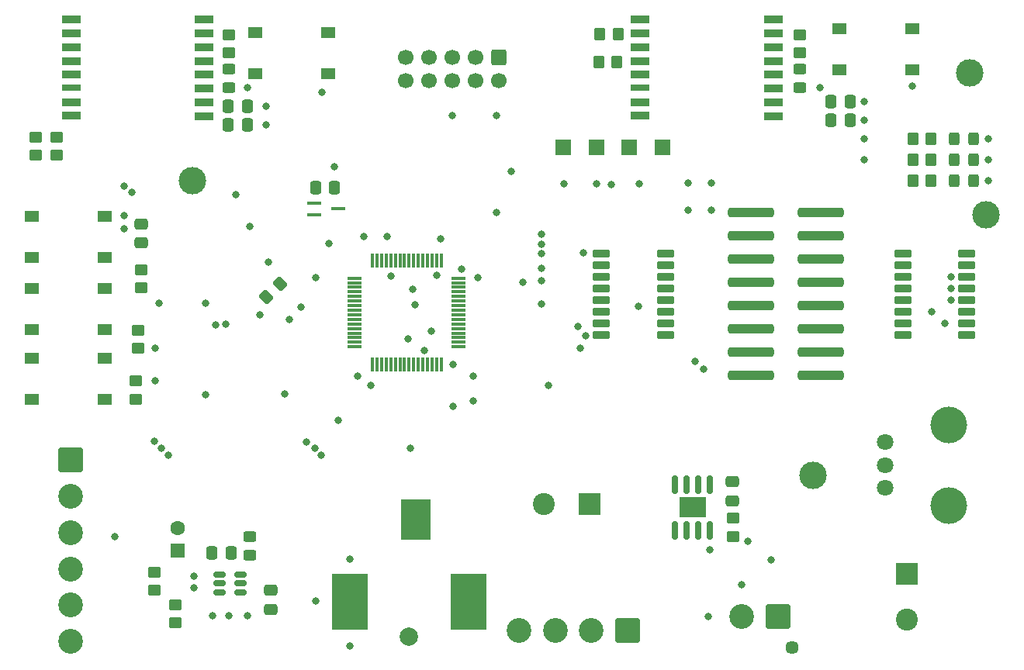
<source format=gts>
G04 #@! TF.GenerationSoftware,KiCad,Pcbnew,7.0.10*
G04 #@! TF.CreationDate,2024-03-08T11:35:51-05:00*
G04 #@! TF.ProjectId,swipe-stack-hub,73776970-652d-4737-9461-636b2d687562,rev?*
G04 #@! TF.SameCoordinates,Original*
G04 #@! TF.FileFunction,Soldermask,Top*
G04 #@! TF.FilePolarity,Negative*
%FSLAX46Y46*%
G04 Gerber Fmt 4.6, Leading zero omitted, Abs format (unit mm)*
G04 Created by KiCad (PCBNEW 7.0.10) date 2024-03-08 11:35:51*
%MOMM*%
%LPD*%
G01*
G04 APERTURE LIST*
G04 Aperture macros list*
%AMRoundRect*
0 Rectangle with rounded corners*
0 $1 Rounding radius*
0 $2 $3 $4 $5 $6 $7 $8 $9 X,Y pos of 4 corners*
0 Add a 4 corners polygon primitive as box body*
4,1,4,$2,$3,$4,$5,$6,$7,$8,$9,$2,$3,0*
0 Add four circle primitives for the rounded corners*
1,1,$1+$1,$2,$3*
1,1,$1+$1,$4,$5*
1,1,$1+$1,$6,$7*
1,1,$1+$1,$8,$9*
0 Add four rect primitives between the rounded corners*
20,1,$1+$1,$2,$3,$4,$5,0*
20,1,$1+$1,$4,$5,$6,$7,0*
20,1,$1+$1,$6,$7,$8,$9,0*
20,1,$1+$1,$8,$9,$2,$3,0*%
G04 Aperture macros list end*
%ADD10RoundRect,0.250000X0.325000X0.450000X-0.325000X0.450000X-0.325000X-0.450000X0.325000X-0.450000X0*%
%ADD11RoundRect,0.150000X-0.512500X-0.150000X0.512500X-0.150000X0.512500X0.150000X-0.512500X0.150000X0*%
%ADD12RoundRect,0.250000X0.450000X-0.350000X0.450000X0.350000X-0.450000X0.350000X-0.450000X-0.350000X0*%
%ADD13R,1.600000X1.600000*%
%ADD14C,1.600000*%
%ADD15RoundRect,0.250001X1.099999X1.099999X-1.099999X1.099999X-1.099999X-1.099999X1.099999X-1.099999X0*%
%ADD16C,2.700000*%
%ADD17RoundRect,0.250001X-1.099999X1.099999X-1.099999X-1.099999X1.099999X-1.099999X1.099999X1.099999X0*%
%ADD18C,1.450000*%
%ADD19C,4.000000*%
%ADD20C,1.800000*%
%ADD21RoundRect,0.250000X-0.450000X0.350000X-0.450000X-0.350000X0.450000X-0.350000X0.450000X0.350000X0*%
%ADD22C,3.000000*%
%ADD23RoundRect,0.250000X0.337500X0.475000X-0.337500X0.475000X-0.337500X-0.475000X0.337500X-0.475000X0*%
%ADD24RoundRect,0.250000X-0.337500X-0.475000X0.337500X-0.475000X0.337500X0.475000X-0.337500X0.475000X0*%
%ADD25RoundRect,0.250000X0.350000X0.450000X-0.350000X0.450000X-0.350000X-0.450000X0.350000X-0.450000X0*%
%ADD26RoundRect,0.250000X0.450000X-0.325000X0.450000X0.325000X-0.450000X0.325000X-0.450000X-0.325000X0*%
%ADD27RoundRect,0.255000X2.245000X0.255000X-2.245000X0.255000X-2.245000X-0.255000X2.245000X-0.255000X0*%
%ADD28R,1.550000X1.300000*%
%ADD29RoundRect,0.250000X-0.475000X0.337500X-0.475000X-0.337500X0.475000X-0.337500X0.475000X0.337500X0*%
%ADD30R,2.005000X0.900000*%
%ADD31R,2.005000X0.780000*%
%ADD32R,2.005000X0.955000*%
%ADD33RoundRect,0.250000X-0.600000X0.600000X-0.600000X-0.600000X0.600000X-0.600000X0.600000X0.600000X0*%
%ADD34C,1.700000*%
%ADD35R,1.700000X1.700000*%
%ADD36RoundRect,0.150000X0.150000X-0.825000X0.150000X0.825000X-0.150000X0.825000X-0.150000X-0.825000X0*%
%ADD37R,3.000000X2.290000*%
%ADD38C,2.000000*%
%ADD39R,3.300000X4.400000*%
%ADD40R,3.900000X6.200000*%
%ADD41R,2.400000X2.400000*%
%ADD42C,2.400000*%
%ADD43RoundRect,0.032160X-0.864840X-0.369840X0.864840X-0.369840X0.864840X0.369840X-0.864840X0.369840X0*%
%ADD44RoundRect,0.032160X0.864840X0.369840X-0.864840X0.369840X-0.864840X-0.369840X0.864840X-0.369840X0*%
%ADD45RoundRect,0.250000X0.088388X-0.548008X0.548008X-0.088388X-0.088388X0.548008X-0.548008X0.088388X0*%
%ADD46RoundRect,0.075000X-0.700000X-0.075000X0.700000X-0.075000X0.700000X0.075000X-0.700000X0.075000X0*%
%ADD47RoundRect,0.075000X-0.075000X-0.700000X0.075000X-0.700000X0.075000X0.700000X-0.075000X0.700000X0*%
%ADD48R,1.500000X0.450000*%
%ADD49RoundRect,0.250000X-0.350000X-0.450000X0.350000X-0.450000X0.350000X0.450000X-0.350000X0.450000X0*%
%ADD50C,0.800000*%
G04 APERTURE END LIST*
D10*
X194065000Y-104394000D03*
X192015000Y-104394000D03*
D11*
X111771000Y-147382000D03*
X111771000Y-148332000D03*
X111771000Y-149282000D03*
X114046000Y-149282000D03*
X114046000Y-148332000D03*
X114046000Y-147382000D03*
D12*
X102616000Y-128238000D03*
X102616000Y-126238000D03*
D13*
X107188000Y-144780000D03*
D14*
X107188000Y-142280000D03*
D15*
X156339500Y-153458000D03*
D16*
X152379500Y-153458000D03*
X148419500Y-153458000D03*
X144459500Y-153458000D03*
D12*
X103251000Y-116062000D03*
X103251000Y-114062000D03*
D17*
X95504000Y-134874000D03*
D16*
X95504000Y-138834000D03*
X95504000Y-142794000D03*
X95504000Y-146754000D03*
X95504000Y-150714000D03*
X95504000Y-154674000D03*
D18*
X174244000Y-155321000D03*
D15*
X172744000Y-151921000D03*
D16*
X168784000Y-151921000D03*
D19*
X191404000Y-131022000D03*
X191404000Y-139822000D03*
D20*
X184404000Y-137922000D03*
X184404000Y-135422000D03*
X184404000Y-132922000D03*
D21*
X93980000Y-99584000D03*
X93980000Y-101584000D03*
D22*
X193675000Y-92583000D03*
D23*
X113051500Y-145034000D03*
X110976500Y-145034000D03*
D21*
X112776000Y-88408000D03*
X112776000Y-90408000D03*
D24*
X112754500Y-96266000D03*
X114829500Y-96266000D03*
D25*
X155178000Y-91440000D03*
X153178000Y-91440000D03*
D26*
X112776000Y-94243000D03*
X112776000Y-92193000D03*
X115062000Y-145297000D03*
X115062000Y-143247000D03*
D21*
X91694000Y-99584000D03*
X91694000Y-101584000D03*
D27*
X177385705Y-125655705D03*
X169785705Y-125655705D03*
X177385705Y-123115705D03*
X169785705Y-123115705D03*
X177385705Y-120575705D03*
X169785705Y-120575705D03*
X177385705Y-118035705D03*
X169785705Y-118035705D03*
X177385705Y-115495705D03*
X169785705Y-115495705D03*
X177385705Y-112955705D03*
X169785705Y-112955705D03*
X177385705Y-110415705D03*
X169785705Y-110415705D03*
X177385705Y-107875705D03*
X169785705Y-107875705D03*
D28*
X179408000Y-87793000D03*
X187368000Y-87793000D03*
X179408000Y-92293000D03*
X187368000Y-92293000D03*
X91270000Y-116114000D03*
X99230000Y-116114000D03*
X91270000Y-120614000D03*
X99230000Y-120614000D03*
D29*
X117348000Y-149076500D03*
X117348000Y-151151500D03*
X103251000Y-109071500D03*
X103251000Y-111146500D03*
D30*
X95617500Y-86785000D03*
X95617500Y-88285000D03*
X95617500Y-89785000D03*
X95617500Y-91285000D03*
X95617500Y-92785000D03*
D31*
X95617500Y-94225000D03*
D30*
X95617500Y-95785000D03*
X95617500Y-97285000D03*
D32*
X110122500Y-97312500D03*
D30*
X110122500Y-95785000D03*
X110122500Y-94285000D03*
X110122500Y-92785000D03*
X110122500Y-91285000D03*
X110122500Y-89785000D03*
X110122500Y-88285000D03*
X110122500Y-86785000D03*
D25*
X189475000Y-99822000D03*
X187475000Y-99822000D03*
D21*
X106934000Y-150638000D03*
X106934000Y-152638000D03*
D33*
X142240000Y-90932000D03*
D34*
X142240000Y-93472000D03*
X139700000Y-90932000D03*
X139700000Y-93472000D03*
X137160000Y-90932000D03*
X137160000Y-93472000D03*
X134620000Y-90932000D03*
X134620000Y-93472000D03*
X132080000Y-90932000D03*
X132080000Y-93472000D03*
D28*
X115654000Y-88174000D03*
X123614000Y-88174000D03*
X115654000Y-92674000D03*
X123614000Y-92674000D03*
D35*
X149305705Y-100763705D03*
D36*
X161504000Y-142510000D03*
X162774000Y-142510000D03*
X164044000Y-142510000D03*
X165314000Y-142510000D03*
X165314000Y-137560000D03*
X164044000Y-137560000D03*
X162774000Y-137560000D03*
X161504000Y-137560000D03*
D37*
X163409000Y-140035000D03*
D25*
X189475000Y-102108000D03*
X187475000Y-102108000D03*
D26*
X175133000Y-94243000D03*
X175133000Y-92193000D03*
D38*
X132488000Y-154168000D03*
D39*
X133188000Y-141368000D03*
D40*
X126038000Y-150368000D03*
X138938000Y-150368000D03*
D21*
X175133000Y-88408000D03*
X175133000Y-90408000D03*
D35*
X152915705Y-100763705D03*
D22*
X176530000Y-136525000D03*
D10*
X194065000Y-102108000D03*
X192015000Y-102108000D03*
D22*
X108839000Y-104394000D03*
D10*
X194065000Y-99822000D03*
X192015000Y-99822000D03*
D24*
X178540500Y-95758000D03*
X180615500Y-95758000D03*
D30*
X157720500Y-86785000D03*
X157720500Y-88285000D03*
X157720500Y-89785000D03*
X157720500Y-91285000D03*
X157720500Y-92785000D03*
D31*
X157720500Y-94225000D03*
D30*
X157720500Y-95785000D03*
X157720500Y-97285000D03*
D32*
X172225500Y-97312500D03*
D30*
X172225500Y-95785000D03*
X172225500Y-94285000D03*
X172225500Y-92785000D03*
X172225500Y-91285000D03*
X172225500Y-89785000D03*
X172225500Y-88285000D03*
X172225500Y-86785000D03*
D41*
X152157729Y-139700000D03*
D42*
X147157729Y-139700000D03*
D43*
X153477000Y-112320705D03*
X153477000Y-113590705D03*
X153477000Y-114860705D03*
X153477000Y-116130705D03*
X153477000Y-117400705D03*
X153477000Y-118670705D03*
X153477000Y-119940705D03*
X153477000Y-121210705D03*
D44*
X160467000Y-121210705D03*
X160467000Y-119940705D03*
X160467000Y-118670705D03*
X160467000Y-117400705D03*
X160467000Y-116130705D03*
X160467000Y-114860705D03*
X160467000Y-113590705D03*
X160467000Y-112320705D03*
D41*
X186817000Y-147320000D03*
D42*
X186817000Y-152320000D03*
D24*
X122279500Y-105156000D03*
X124354500Y-105156000D03*
D29*
X167727000Y-137219500D03*
X167727000Y-139294500D03*
D21*
X104648000Y-147082000D03*
X104648000Y-149082000D03*
D35*
X156527705Y-100763705D03*
D45*
X116914432Y-117056784D03*
X118364000Y-115607216D03*
D46*
X126560000Y-115005000D03*
X126560000Y-115505000D03*
X126560000Y-116005000D03*
X126560000Y-116505000D03*
X126560000Y-117005000D03*
X126560000Y-117505000D03*
X126560000Y-118005000D03*
X126560000Y-118505000D03*
X126560000Y-119005000D03*
X126560000Y-119505000D03*
X126560000Y-120005000D03*
X126560000Y-120505000D03*
X126560000Y-121005000D03*
X126560000Y-121505000D03*
X126560000Y-122005000D03*
X126560000Y-122505000D03*
D47*
X128485000Y-124430000D03*
X128985000Y-124430000D03*
X129485000Y-124430000D03*
X129985000Y-124430000D03*
X130485000Y-124430000D03*
X130985000Y-124430000D03*
X131485000Y-124430000D03*
X131985000Y-124430000D03*
X132485000Y-124430000D03*
X132985000Y-124430000D03*
X133485000Y-124430000D03*
X133985000Y-124430000D03*
X134485000Y-124430000D03*
X134985000Y-124430000D03*
X135485000Y-124430000D03*
X135985000Y-124430000D03*
D46*
X137910000Y-122505000D03*
X137910000Y-122005000D03*
X137910000Y-121505000D03*
X137910000Y-121005000D03*
X137910000Y-120505000D03*
X137910000Y-120005000D03*
X137910000Y-119505000D03*
X137910000Y-119005000D03*
X137910000Y-118505000D03*
X137910000Y-118005000D03*
X137910000Y-117505000D03*
X137910000Y-117005000D03*
X137910000Y-116505000D03*
X137910000Y-116005000D03*
X137910000Y-115505000D03*
X137910000Y-115005000D03*
D47*
X135985000Y-113080000D03*
X135485000Y-113080000D03*
X134985000Y-113080000D03*
X134485000Y-113080000D03*
X133985000Y-113080000D03*
X133485000Y-113080000D03*
X132985000Y-113080000D03*
X132485000Y-113080000D03*
X131985000Y-113080000D03*
X131485000Y-113080000D03*
X130985000Y-113080000D03*
X130485000Y-113080000D03*
X129985000Y-113080000D03*
X129485000Y-113080000D03*
X128985000Y-113080000D03*
X128485000Y-113080000D03*
D24*
X178540500Y-97790000D03*
X180615500Y-97790000D03*
D48*
X122114000Y-106792000D03*
X122114000Y-108092000D03*
X124774000Y-107442000D03*
D12*
X167854000Y-143194000D03*
X167854000Y-141194000D03*
D35*
X160133705Y-100763705D03*
D25*
X155305000Y-88392000D03*
X153305000Y-88392000D03*
D49*
X187475000Y-104394000D03*
X189475000Y-104394000D03*
D24*
X112754500Y-98298000D03*
X114829500Y-98298000D03*
D28*
X91270000Y-108240000D03*
X99230000Y-108240000D03*
X91270000Y-112740000D03*
X99230000Y-112740000D03*
D43*
X186370000Y-112320705D03*
X186370000Y-113590705D03*
X186370000Y-114860705D03*
X186370000Y-116130705D03*
X186370000Y-117400705D03*
X186370000Y-118670705D03*
X186370000Y-119940705D03*
X186370000Y-121210705D03*
D44*
X193360000Y-121210705D03*
X193360000Y-119940705D03*
X193360000Y-118670705D03*
X193360000Y-117400705D03*
X193360000Y-116130705D03*
X193360000Y-114860705D03*
X193360000Y-113590705D03*
X193360000Y-112320705D03*
D12*
X102870000Y-122666000D03*
X102870000Y-120666000D03*
D28*
X91270000Y-123734000D03*
X99230000Y-123734000D03*
X91270000Y-128234000D03*
X99230000Y-128234000D03*
D50*
X116840000Y-96266000D03*
X182118000Y-95758000D03*
X195716000Y-102108000D03*
X177292000Y-94234000D03*
X187368000Y-94064000D03*
X114808000Y-151892000D03*
X112776000Y-151892000D03*
X108966000Y-148844000D03*
X126011000Y-145669000D03*
X104775000Y-126238000D03*
X195716000Y-99822000D03*
X122301000Y-150241000D03*
X122936000Y-94742000D03*
X126873000Y-125730000D03*
X157480000Y-118110000D03*
X151511000Y-112268000D03*
X101346000Y-108204000D03*
X134112000Y-122936000D03*
X110998000Y-151892000D03*
X104775000Y-122682000D03*
X126011000Y-155167000D03*
X195716000Y-104394000D03*
X124333000Y-102870000D03*
X108966000Y-147574000D03*
X139954000Y-114935000D03*
X116840000Y-98298000D03*
X114808000Y-94234000D03*
X130106149Y-110421149D03*
D22*
X195453000Y-108077000D03*
D50*
X101346000Y-109601000D03*
X182118000Y-97790000D03*
X123698000Y-111252000D03*
X162927705Y-107569000D03*
X137257000Y-124430000D03*
X143637000Y-103378000D03*
X113538000Y-105918000D03*
X137257000Y-129002000D03*
X162927705Y-104648000D03*
X138176000Y-114046000D03*
X128270000Y-126746000D03*
X165481000Y-107569000D03*
X127508000Y-110490000D03*
X165467705Y-104648000D03*
X115062000Y-109347000D03*
X122301000Y-114935000D03*
X116205000Y-118999000D03*
X110236000Y-117734375D03*
X105156000Y-117729000D03*
X119380000Y-119522352D03*
X190918000Y-119940705D03*
X164592000Y-124968000D03*
X191643000Y-117400705D03*
X133159500Y-117919500D03*
X191643000Y-116130705D03*
X163703000Y-124131705D03*
X146943653Y-117860653D03*
X191643000Y-114860705D03*
X139446000Y-128397000D03*
X139446000Y-125730000D03*
X151765000Y-121284604D03*
X147701000Y-126746000D03*
X132842000Y-116205000D03*
X150876000Y-120321705D03*
X141986000Y-107823000D03*
X141986000Y-97282000D03*
X137160000Y-97282000D03*
X135890000Y-110744000D03*
X104648000Y-132842000D03*
X121279571Y-132879000D03*
X105410000Y-133604000D03*
X122174000Y-133604000D03*
X122881108Y-134329000D03*
X106172000Y-134366000D03*
X100330000Y-143256000D03*
X135509000Y-114718000D03*
X146939000Y-115316000D03*
X157607000Y-104731205D03*
X154580898Y-104753103D03*
X146939000Y-112352666D03*
X146939000Y-111294333D03*
X152908000Y-104731205D03*
X149352000Y-104731205D03*
X146939000Y-110236000D03*
X102235000Y-105664000D03*
X111403893Y-120075424D03*
X112432605Y-120065954D03*
X101402948Y-104939000D03*
X134874000Y-120777000D03*
X118872000Y-127635000D03*
X171958000Y-145796000D03*
X130485000Y-114737000D03*
X110299500Y-127698500D03*
X117094000Y-113284000D03*
X146939000Y-113919000D03*
X182118000Y-102108000D03*
X144899975Y-115435975D03*
X182118000Y-99822000D03*
X132588000Y-133604000D03*
X124714000Y-130556000D03*
X189484000Y-118670705D03*
X151130000Y-122682000D03*
X169418000Y-143764000D03*
X132334000Y-121666000D03*
X168783000Y-148463000D03*
X120713500Y-118173500D03*
X165100000Y-151921000D03*
X165314000Y-144682000D03*
M02*

</source>
